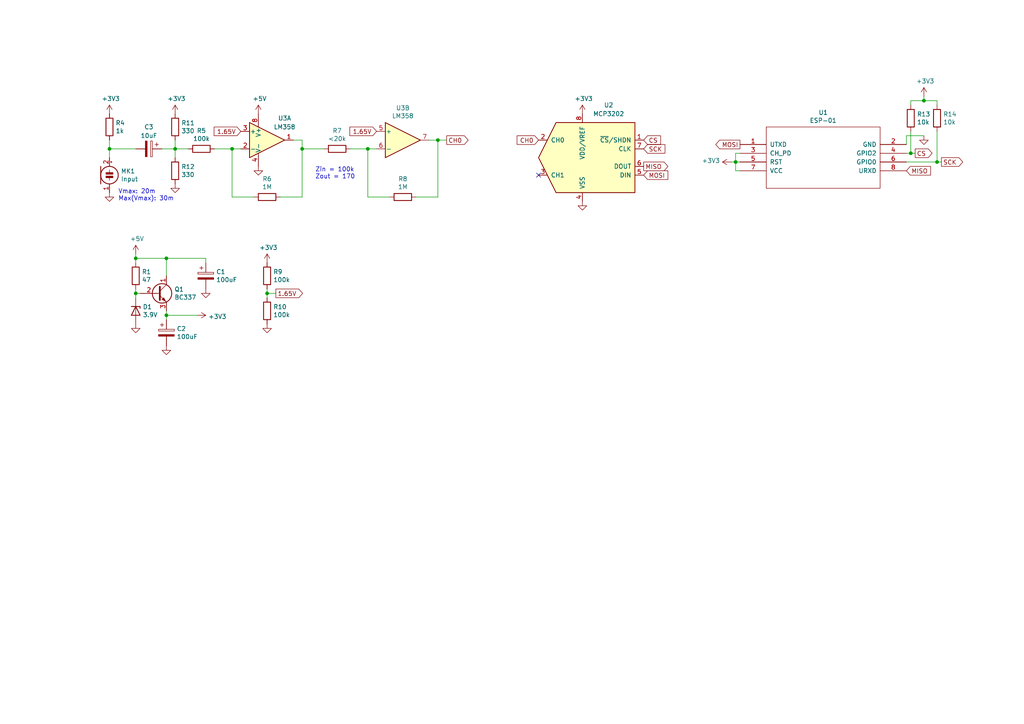
<source format=kicad_sch>
(kicad_sch (version 20211123) (generator eeschema)
  (paper "A4")
  (lib_symbols
    (symbol "Amplifier_Operational:LM358" (pin_names (offset 0.127))
      (property "Reference" "U" (at 0 5.08 0))
      (property "Value" "LM358" (at 0 -5.08 0))
      (symbol "LM358_1_1"
        (polyline (pts (xy -5.08 5.08) (xy 5.08 0) (xy -5.08 -5.08) (xy -5.08 5.08)) (stroke (width 0.254)) (fill (type background)))
        (pin output line (at 7.62 0 180) (length 2.54) (name "~") (number "1"))
        (pin input line (at -7.62 -2.54 0) (length 2.54) (name "-") (number "2"))
        (pin input line (at -7.62 2.54 0) (length 2.54) (name "+") (number "3"))
      )
      (symbol "LM358_2_1"
        (polyline (pts (xy -5.08 5.08) (xy 5.08 0) (xy -5.08 -5.08) (xy -5.08 5.08)) (stroke (width 0.254)) (fill (type background)))
        (pin input line (at -7.62 2.54 0) (length 2.54) (name "+") (number "5"))
        (pin input line (at -7.62 -2.54 0) (length 2.54) (name "-") (number "6"))
        (pin output line (at 7.62 0 180) (length 2.54) (name "~") (number "7"))
      )
      (symbol "LM358_3_1"
        (pin power_in line (at -2.54 -7.62 90) (length 3.81) (name "V-") (number "4"))
        (pin power_in line (at -2.54 7.62 270) (length 3.81) (name "V+") (number "8"))
      )
    )
    (symbol "Analog_ADC:MCP3202" (pin_names (offset 1.016))
      (property "Reference" "U" (at -6.35 11.43 0))
      (property "Value" "MCP3202" (at 11.43 11.43 0))
      (symbol "MCP3202_0_1"
        (polyline (pts (xy 15.24 10.16) (xy -7.62 10.16) (xy -12.7 0) (xy -7.62 -10.16) (xy 15.24 -10.16) (xy 15.24 10.16)) (stroke (width 0.254)) (fill (type background)))
      )
      (symbol "MCP3202_1_1"
        (pin input line (at 17.78 5.08 180) (length 2.54) (name "~{CS}/SHDN") (number "1"))
        (pin passive line (at -12.7 5.08 0) (length 2.54) (name "CH0") (number "2"))
        (pin passive line (at -12.7 -5.08 0) (length 2.54) (name "CH1") (number "3"))
        (pin power_in line (at 0 -12.7 90) (length 2.54) (name "VSS") (number "4"))
        (pin input line (at 17.78 -5.08 180) (length 2.54) (name "DIN") (number "5"))
        (pin output line (at 17.78 -2.54 180) (length 2.54) (name "DOUT") (number "6"))
        (pin input line (at 17.78 2.54 180) (length 2.54) (name "CLK") (number "7"))
        (pin power_in line (at 0 12.7 270) (length 2.54) (name "VDD/VREF") (number "8"))
      )
    )
    (symbol "Device:CP" (pin_numbers hide) (pin_names (offset 0.254))
      (property "Reference" "C" (at 0.635 2.54 0))
      (property "Value" "Device_CP" (at 0.635 -2.54 0))
      (symbol "CP_0_1"
        (rectangle (start -2.286 0.508) (end 2.286 1.016))
        (polyline (pts (xy -1.778 2.286) (xy -0.762 2.286)))
        (polyline (pts (xy -1.27 2.794) (xy -1.27 1.778)))
        (rectangle (start 2.286 -0.508) (end -2.286 -1.016) (fill (type outline)))
      )
      (symbol "CP_1_1"
        (pin passive line (at 0 3.81 270) (length 2.794) (name "~") (number "1"))
        (pin passive line (at 0 -3.81 90) (length 2.794) (name "~") (number "2"))
      )
    )
    (symbol "Device:D_Zener" (pin_numbers hide) (pin_names (offset 1.016) hide)
      (property "Reference" "D" (at 0 2.54 0))
      (property "Value" "D_Zener" (at 0 -2.54 0))
      (symbol "D_Zener_0_1"
        (polyline (pts (xy 1.27 0) (xy -1.27 0)))
        (polyline (pts (xy -1.27 -1.27) (xy -1.27 1.27) (xy -0.762 1.27)) (stroke (width 0.254)))
        (polyline (pts (xy 1.27 -1.27) (xy 1.27 1.27) (xy -1.27 0) (xy 1.27 -1.27)) (stroke (width 0.254)))
      )
      (symbol "D_Zener_1_1"
        (pin passive line (at -3.81 0 0) (length 2.54) (name "K") (number "1"))
        (pin passive line (at 3.81 0 180) (length 2.54) (name "A") (number "2"))
      )
    )
    (symbol "Device:Microphone_Condenser" (pin_names (offset 0.0254) hide)
      (property "Reference" "MK" (at -3.302 1.27 0))
      (property "Value" "Microphone_Condenser" (at -3.302 -0.635 0))
      (symbol "Microphone_Condenser_0_1"
        (polyline (pts (xy -2.54 2.54) (xy -2.54 -2.54)) (stroke (width 0.254)))
        (polyline (pts (xy 0 -0.762) (xy 0 -1.524)))
        (polyline (pts (xy 0 0.762) (xy 0 1.524)))
        (polyline (pts (xy 0.254 3.81) (xy 0.762 3.81)))
        (polyline (pts (xy 0.508 4.064) (xy 0.508 3.556)))
        (circle (center 0 0) (radius 2.54) (stroke (width 0.254)))
        (rectangle (start 1.016 -0.254) (end -1.016 -0.762) (fill (type outline)))
        (rectangle (start 1.016 0.762) (end -1.016 0.254) (fill (type outline)))
      )
      (symbol "Microphone_Condenser_1_1"
        (pin passive line (at 0 -5.08 90) (length 2.54) (name "-") (number "1"))
        (pin passive line (at 0 5.08 270) (length 2.54) (name "+") (number "2"))
      )
    )
    (symbol "Device:R" (pin_numbers hide) (pin_names (offset 0))
      (property "Reference" "R" (at 2.032 0 90))
      (property "Value" "R" (at 0 0 90))
      (symbol "R_0_1"
        (rectangle (start -1.016 -2.54) (end 1.016 2.54) (stroke (width 0.254)))
      )
      (symbol "R_1_1"
        (pin passive line (at 0 3.81 270) (length 1.27) (name "~") (number "1"))
        (pin passive line (at 0 -3.81 90) (length 1.27) (name "~") (number "2"))
      )
    )
    (symbol "Transistor_BJT:BC337" (pin_names (offset 0) hide)
      (property "Reference" "Q" (at 5.08 1.905 0))
      (property "Value" "BC337" (at 5.08 0 0))
      (symbol "BC337_0_1"
        (polyline (pts (xy 0 0) (xy 0.635 0)))
        (polyline (pts (xy 0.635 0.635) (xy 2.54 2.54)))
        (polyline (pts (xy 0.635 -0.635) (xy 2.54 -2.54) (xy 2.54 -2.54)))
        (polyline (pts (xy 0.635 1.905) (xy 0.635 -1.905) (xy 0.635 -1.905)) (stroke (width 0.508)))
        (polyline (pts (xy 1.27 -1.778) (xy 1.778 -1.27) (xy 2.286 -2.286) (xy 1.27 -1.778) (xy 1.27 -1.778)) (fill (type outline)))
        (circle (center 1.27 0) (radius 2.8194) (stroke (width 0.254)))
      )
      (symbol "BC337_1_1"
        (pin passive line (at 2.54 5.08 270) (length 2.54) (name "C") (number "1"))
        (pin input line (at -5.08 0 0) (length 5.08) (name "B") (number "2"))
        (pin passive line (at 2.54 -5.08 90) (length 2.54) (name "E") (number "3"))
      )
    )
    (symbol "kicad-ESP8266:ESP-01v090" (pin_names (offset 1.016))
      (property "Reference" "U" (at 0 -2.54 0))
      (property "Value" "ESP-01v090" (at 0 2.54 0))
      (symbol "ESP-01v090_1_0"
        (rectangle (start -16.51 -8.89) (end 16.51 8.89))
      )
      (symbol "ESP-01v090_1_1"
        (pin output line (at -24.13 3.81 0) (length 7.62) (name "UTXD") (number "1"))
        (pin power_in line (at 24.13 3.81 180) (length 7.62) (name "GND") (number "2"))
        (pin input line (at -24.13 1.27 0) (length 7.62) (name "CH_PD") (number "3"))
        (pin tri_state line (at 24.13 1.27 180) (length 7.62) (name "GPIO2") (number "4"))
        (pin input line (at -24.13 -1.27 0) (length 7.62) (name "RST") (number "5"))
        (pin tri_state line (at 24.13 -1.27 180) (length 7.62) (name "GPIO0") (number "6"))
        (pin power_in line (at -24.13 -3.81 0) (length 7.62) (name "VCC") (number "7"))
        (pin input line (at 24.13 -3.81 180) (length 7.62) (name "URXD") (number "8"))
      )
    )
    (symbol "power:+3.3V" (power) (pin_names (offset 0))
      (property "Value" "+3.3V" (at 0 3.556 0))
      (symbol "+3.3V_0_1"
        (polyline (pts (xy -0.762 1.27) (xy 0 2.54)))
        (polyline (pts (xy 0 0) (xy 0 2.54)))
        (polyline (pts (xy 0 2.54) (xy 0.762 1.27)))
      )
      (symbol "+3.3V_1_1"
        (pin power_in line (at 0 0 90) (length 0) hide (name "+3V3") (number "1"))
      )
    )
    (symbol "power:+5V" (power) (pin_names (offset 0))
      (property "Value" "+5V" (at 0 3.556 0))
      (symbol "+5V_0_1"
        (polyline (pts (xy -0.762 1.27) (xy 0 2.54)))
        (polyline (pts (xy 0 0) (xy 0 2.54)))
        (polyline (pts (xy 0 2.54) (xy 0.762 1.27)))
      )
      (symbol "+5V_1_1"
        (pin power_in line (at 0 0 90) (length 0) hide (name "+5V") (number "1"))
      )
    )
    (symbol "power:GND" (power) (pin_names (offset 0))
      (property "Value" "GND" (at 0 -3.81 0))
      (symbol "GND_0_1"
        (polyline (pts (xy 0 0) (xy 0 -1.27) (xy 1.27 -1.27) (xy 0 -2.54) (xy -1.27 -1.27) (xy 0 -1.27)))
      )
      (symbol "GND_1_1"
        (pin power_in line (at 0 0 270) (length 0) hide (name "GND") (number "1"))
      )
    )
  )
  (junction (at 271.78 46.99))
  (junction (at 77.47 85.09))
  (junction (at 106.68 43.18))
  (junction (at 127 40.64))
  (junction (at 87.63 43.18))
  (junction (at 31.75 43.18))
  (junction (at 48.26 91.44))
  (junction (at 264.16 44.45))
  (junction (at 48.26 74.93))
  (junction (at 67.31 43.18))
  (junction (at 267.97 29.21))
  (junction (at 39.37 74.93))
  (junction (at 50.8 43.18))
  (junction (at 213.36 46.99))
  (junction (at 39.37 85.09))
  (no_connect (at 156.21 50.8))
  (wire (pts (xy 46.99 43.18) (xy 50.8 43.18)))
  (wire (pts (xy 265.43 44.45) (xy 264.16 44.45)))
  (wire (pts (xy 59.69 74.93) (xy 59.69 76.2)))
  (wire (pts (xy 129.54 40.64) (xy 127 40.64)))
  (wire (pts (xy 127 40.64) (xy 127 57.15)))
  (wire (pts (xy 67.31 57.15) (xy 67.31 43.18)))
  (wire (pts (xy 124.46 40.64) (xy 127 40.64)))
  (wire (pts (xy 39.37 74.93) (xy 39.37 73.66)))
  (wire (pts (xy 77.47 83.82) (xy 77.47 85.09)))
  (wire (pts (xy 73.66 57.15) (xy 67.31 57.15)))
  (wire (pts (xy 213.36 49.53) (xy 214.63 49.53)))
  (wire (pts (xy 40.64 85.09) (xy 39.37 85.09)))
  (wire (pts (xy 214.63 44.45) (xy 213.36 44.45)))
  (wire (pts (xy 48.26 74.93) (xy 59.69 74.93)))
  (wire (pts (xy 264.16 30.48) (xy 264.16 29.21)))
  (wire (pts (xy 80.01 85.09) (xy 77.47 85.09)))
  (wire (pts (xy 67.31 43.18) (xy 69.85 43.18)))
  (wire (pts (xy 85.09 40.64) (xy 87.63 40.64)))
  (wire (pts (xy 48.26 90.17) (xy 48.26 91.44)))
  (wire (pts (xy 31.75 43.18) (xy 39.37 43.18)))
  (wire (pts (xy 120.65 57.15) (xy 127 57.15)))
  (wire (pts (xy 267.97 29.21) (xy 267.97 27.94)))
  (wire (pts (xy 267.97 29.21) (xy 264.16 29.21)))
  (wire (pts (xy 262.89 44.45) (xy 264.16 44.45)))
  (wire (pts (xy 264.16 44.45) (xy 264.16 38.1)))
  (wire (pts (xy 212.09 46.99) (xy 213.36 46.99)))
  (wire (pts (xy 48.26 91.44) (xy 48.26 92.71)))
  (wire (pts (xy 31.75 43.18) (xy 31.75 40.64)))
  (wire (pts (xy 50.8 43.18) (xy 54.61 43.18)))
  (wire (pts (xy 50.8 40.64) (xy 50.8 43.18)))
  (wire (pts (xy 48.26 74.93) (xy 48.26 80.01)))
  (wire (pts (xy 87.63 40.64) (xy 87.63 43.18)))
  (wire (pts (xy 57.15 91.44) (xy 48.26 91.44)))
  (wire (pts (xy 67.31 43.18) (xy 62.23 43.18)))
  (wire (pts (xy 81.28 57.15) (xy 87.63 57.15)))
  (wire (pts (xy 113.03 57.15) (xy 106.68 57.15)))
  (wire (pts (xy 213.36 46.99) (xy 213.36 49.53)))
  (wire (pts (xy 262.89 41.91) (xy 262.89 39.37)))
  (wire (pts (xy 262.89 46.99) (xy 271.78 46.99)))
  (wire (pts (xy 50.8 43.18) (xy 50.8 45.72)))
  (wire (pts (xy 273.05 46.99) (xy 271.78 46.99)))
  (wire (pts (xy 271.78 30.48) (xy 271.78 29.21)))
  (wire (pts (xy 213.36 44.45) (xy 213.36 46.99)))
  (wire (pts (xy 213.36 46.99) (xy 214.63 46.99)))
  (wire (pts (xy 39.37 85.09) (xy 39.37 86.36)))
  (wire (pts (xy 87.63 43.18) (xy 93.98 43.18)))
  (wire (pts (xy 101.6 43.18) (xy 106.68 43.18)))
  (wire (pts (xy 77.47 85.09) (xy 77.47 86.36)))
  (wire (pts (xy 39.37 76.2) (xy 39.37 74.93)))
  (wire (pts (xy 271.78 46.99) (xy 271.78 38.1)))
  (wire (pts (xy 87.63 43.18) (xy 87.63 57.15)))
  (wire (pts (xy 106.68 43.18) (xy 109.22 43.18)))
  (wire (pts (xy 39.37 83.82) (xy 39.37 85.09)))
  (wire (pts (xy 262.89 39.37) (xy 267.97 39.37)))
  (wire (pts (xy 31.75 45.72) (xy 31.75 43.18)))
  (wire (pts (xy 106.68 57.15) (xy 106.68 43.18)))
  (wire (pts (xy 271.78 29.21) (xy 267.97 29.21)))
  (wire (pts (xy 39.37 74.93) (xy 48.26 74.93)))
  (text "Zin = 100k\nZout = 170" (at 91.44 52.07 0) (effects (font (size 1.27 1.27)) (justify left bottom)))
  (text "Vmax: 20m\nMax(Vmax): 30m" (at 34.29 58.42 0) (effects (font (size 1.27 1.27)) (justify left bottom)))
  (global_label "MISO" (shape output) (at 186.69 48.26 0) (property "Intersheet References" "${INTERSHEET_REFS}" (effects hide)))
  (global_label "SCK" (shape output) (at 273.05 46.99 0) (property "Intersheet References" "${INTERSHEET_REFS}" (effects hide)))
  (global_label "MOSI" (shape input) (at 186.69 50.8 0) (property "Intersheet References" "${INTERSHEET_REFS}" (effects hide)))
  (global_label "CS" (shape output) (at 265.43 44.45 0) (property "Intersheet References" "${INTERSHEET_REFS}" (effects hide)))
  (global_label "1.65V" (shape input) (at 69.85 38.1 180) (property "Intersheet References" "${INTERSHEET_REFS}" (effects hide)))
  (global_label "MISO" (shape input) (at 262.89 49.53 0) (property "Intersheet References" "${INTERSHEET_REFS}" (effects hide)))
  (global_label "CS" (shape input) (at 186.69 40.64 0) (property "Intersheet References" "${INTERSHEET_REFS}" (effects hide)))
  (global_label "SCK" (shape input) (at 186.69 43.18 0) (property "Intersheet References" "${INTERSHEET_REFS}" (effects hide)))
  (global_label "1.65V" (shape output) (at 80.01 85.09 0) (property "Intersheet References" "${INTERSHEET_REFS}" (effects hide)))
  (global_label "1.65V" (shape input) (at 109.22 38.1 180) (property "Intersheet References" "${INTERSHEET_REFS}" (effects hide)))
  (global_label "CH0" (shape output) (at 129.54 40.64 0) (property "Intersheet References" "${INTERSHEET_REFS}" (effects hide)))
  (global_label "CH0" (shape input) (at 156.21 40.64 180) (property "Intersheet References" "${INTERSHEET_REFS}" (effects hide)))
  (global_label "MOSI" (shape output) (at 214.63 41.91 180) (property "Intersheet References" "${INTERSHEET_REFS}" (effects hide)))
  (symbol (lib_id "power:GND") (at 31.75 55.88 0) (unit 1)
    (property "Reference" "#PWR0101" (effects hide))
    (property "Value" "GND" (effects hide))
  )
  (symbol (lib_id "Device:R") (at 31.75 36.83 0) (unit 1)
    (property "Reference" "R4" (at 33.528 35.6616 0) (effects (justify left)))
    (property "Value" "1k" (at 33.528 37.973 0) (effects (justify left)))
  )
  (symbol (lib_id "power:+3.3V") (at 31.75 33.02 0) (unit 1)
    (property "Reference" "#PWR0102" (effects hide))
    (property "Value" "+3.3V" (at 32.131 28.6258 0))
  )
  (symbol (lib_id "Device:CP") (at 43.18 43.18 270) (unit 1)
    (property "Reference" "C3" (at 43.18 36.83 90))
    (property "Value" "10uF" (at 43.18 39.37 90))
  )
  (symbol (lib_id "Device:Microphone_Condenser") (at 31.75 50.8 0) (unit 1)
    (property "Reference" "MK1" (at 35.052 49.6316 0) (effects (justify left)))
    (property "Value" "Input" (at 35.052 51.943 0) (effects (justify left)))
  )
  (symbol (lib_id "Amplifier_Operational:LM358") (at 77.47 40.64 0) (unit 1)
    (property "Reference" "U3" (at 82.55 34.29 0))
    (property "Value" "LM358" (at 82.55 36.83 0))
    (property "Datasheet" "http://www.ti.com/lit/ds/symlink/lm2904-n.pdf" (effects hide))
  )
  (symbol (lib_id "Amplifier_Operational:LM358") (at 116.84 40.64 0) (unit 2)
    (property "Reference" "U3" (at 116.84 31.3182 0))
    (property "Value" "LM358" (at 116.84 33.6296 0))
    (property "Datasheet" "http://www.ti.com/lit/ds/symlink/lm2904-n.pdf" (effects hide))
  )
  (symbol (lib_id "Amplifier_Operational:LM358") (at 77.47 40.64 0) (unit 3)
    (property "Reference" "U3" (effects hide))
    (property "Value" "LM358" (effects hide))
    (property "Datasheet" "http://www.ti.com/lit/ds/symlink/lm2904-n.pdf" (effects hide))
  )
  (symbol (lib_id "Device:R") (at 58.42 43.18 270) (unit 1)
    (property "Reference" "R5" (at 58.42 37.9222 90))
    (property "Value" "100k" (at 58.42 40.2336 90))
  )
  (symbol (lib_id "Device:R") (at 77.47 57.15 270) (unit 1)
    (property "Reference" "R6" (at 77.47 51.8922 90))
    (property "Value" "1M" (at 77.47 54.2036 90))
  )
  (symbol (lib_id "Device:R") (at 97.79 43.18 270) (unit 1)
    (property "Reference" "R7" (at 97.79 37.9222 90))
    (property "Value" "<20k" (at 97.79 40.2336 90))
  )
  (symbol (lib_id "Analog_ADC:MCP3202") (at 168.91 45.72 0) (unit 1)
    (property "Reference" "U2" (at 176.53 30.48 0))
    (property "Value" "MCP3202" (at 176.53 33.02 0))
    (property "Datasheet" "http://ww1.microchip.com/downloads/en/DeviceDoc/21034D.pdf" (effects hide))
  )
  (symbol (lib_id "power:GND") (at 74.93 48.26 0) (unit 1)
    (property "Reference" "#PWR0103" (effects hide))
    (property "Value" "GND" (effects hide))
  )
  (symbol (lib_id "power:GND") (at 168.91 58.42 0) (unit 1)
    (property "Reference" "#PWR0105" (effects hide))
    (property "Value" "GND" (effects hide))
  )
  (symbol (lib_id "power:+3.3V") (at 168.91 33.02 0) (unit 1)
    (property "Reference" "#PWR0106" (effects hide))
    (property "Value" "+3.3V" (at 169.291 28.6258 0))
  )
  (symbol (lib_id "kicad-ESP8266:ESP-01v090") (at 238.76 45.72 0) (unit 1)
    (property "Reference" "U1" (at 238.76 32.639 0))
    (property "Value" "ESP-01" (at 238.76 34.9504 0))
    (property "Datasheet" "http://l0l.org.uk/2014/12/esp8266-modules-hardware-guide-gotta-catch-em-all/" (effects hide))
  )
  (symbol (lib_id "power:GND") (at 267.97 39.37 0) (unit 1)
    (property "Reference" "#PWR0107" (effects hide))
    (property "Value" "GND" (effects hide))
  )
  (symbol (lib_id "power:+3.3V") (at 212.09 46.99 90) (unit 1)
    (property "Reference" "#PWR0108" (effects hide))
    (property "Value" "+3.3V" (at 208.8388 46.609 90) (effects (justify left)))
  )
  (symbol (lib_id "Device:R") (at 264.16 34.29 0) (unit 1)
    (property "Reference" "R13" (at 265.938 33.1216 0) (effects (justify left)))
    (property "Value" "10k" (at 265.938 35.433 0) (effects (justify left)))
  )
  (symbol (lib_id "Device:R") (at 271.78 34.29 0) (unit 1)
    (property "Reference" "R14" (at 273.558 33.1216 0) (effects (justify left)))
    (property "Value" "10k" (at 273.558 35.433 0) (effects (justify left)))
  )
  (symbol (lib_id "power:+3.3V") (at 267.97 27.94 0) (unit 1)
    (property "Reference" "#PWR0109" (effects hide))
    (property "Value" "+3.3V" (at 268.351 23.5458 0))
  )
  (symbol (lib_id "Device:D_Zener") (at 39.37 90.17 270) (unit 1)
    (property "Reference" "D1" (at 41.402 89.0016 90) (effects (justify left)))
    (property "Value" "3.9V" (at 41.402 91.313 90) (effects (justify left)))
  )
  (symbol (lib_id "power:GND") (at 39.37 93.98 0) (unit 1)
    (property "Reference" "#PWR0110" (effects hide))
    (property "Value" "GND" (effects hide))
  )
  (symbol (lib_id "power:+3.3V") (at 57.15 91.44 270) (unit 1)
    (property "Reference" "#PWR0111" (effects hide))
    (property "Value" "+3.3V" (at 60.4012 91.821 90) (effects (justify left)))
  )
  (symbol (lib_id "Device:CP") (at 48.26 96.52 0) (unit 1)
    (property "Reference" "C2" (at 51.2572 95.3516 0) (effects (justify left)))
    (property "Value" "100uF" (at 51.2572 97.663 0) (effects (justify left)))
  )
  (symbol (lib_id "power:GND") (at 48.26 100.33 0) (unit 1)
    (property "Reference" "#PWR0112" (effects hide))
    (property "Value" "GND" (effects hide))
  )
  (symbol (lib_id "Device:R") (at 77.47 80.01 0) (unit 1)
    (property "Reference" "R9" (at 79.248 78.8416 0) (effects (justify left)))
    (property "Value" "100k" (at 79.248 81.153 0) (effects (justify left)))
  )
  (symbol (lib_id "Device:R") (at 77.47 90.17 0) (unit 1)
    (property "Reference" "R10" (at 79.248 89.0016 0) (effects (justify left)))
    (property "Value" "100k" (at 79.248 91.313 0) (effects (justify left)))
  )
  (symbol (lib_id "power:GND") (at 77.47 93.98 0) (unit 1)
    (property "Reference" "#PWR0114" (effects hide))
    (property "Value" "GND" (effects hide))
  )
  (symbol (lib_id "power:+5V") (at 39.37 73.66 0) (unit 1)
    (property "Reference" "#PWR0104" (effects hide))
    (property "Value" "+5V" (at 39.751 69.2658 0))
  )
  (symbol (lib_id "power:+5V") (at 74.93 33.02 0) (unit 1)
    (property "Reference" "#PWR0113" (effects hide))
    (property "Value" "+5V" (at 75.311 28.6258 0))
  )
  (symbol (lib_id "Device:R") (at 39.37 80.01 0) (unit 1)
    (property "Reference" "R1" (at 41.148 78.8416 0) (effects (justify left)))
    (property "Value" "47" (at 41.148 81.153 0) (effects (justify left)))
  )
  (symbol (lib_id "Transistor_BJT:BC337") (at 45.72 85.09 0) (unit 1)
    (property "Reference" "Q1" (at 50.5714 83.9216 0) (effects (justify left)))
    (property "Value" "BC337" (at 50.5714 86.233 0) (effects (justify left)))
    (property "Footprint" "Package_TO_SOT_THT:TO-92_Inline" (effects hide))
    (property "Datasheet" "https://diotec.com/tl_files/diotec/files/pdf/datasheets/bc337.pdf" (effects hide))
  )
  (symbol (lib_id "Device:CP") (at 59.69 80.01 0) (unit 1)
    (property "Reference" "C1" (at 62.6872 78.8416 0) (effects (justify left)))
    (property "Value" "100uF" (at 62.6872 81.153 0) (effects (justify left)))
  )
  (symbol (lib_id "power:GND") (at 59.69 83.82 0) (unit 1)
    (property "Reference" "#PWR0115" (effects hide))
    (property "Value" "GND" (effects hide))
  )
  (symbol (lib_id "power:+3.3V") (at 77.47 76.2 0) (unit 1)
    (property "Reference" "#PWR0116" (effects hide))
    (property "Value" "+3.3V" (at 77.851 71.8058 0))
  )
  (symbol (lib_id "Device:R") (at 116.84 57.15 270) (unit 1)
    (property "Reference" "R8" (at 116.84 51.8922 90))
    (property "Value" "1M" (at 116.84 54.2036 90))
  )
  (symbol (lib_id "Device:R") (at 50.8 49.53 0) (unit 1)
    (property "Reference" "R12" (at 52.578 48.3616 0) (effects (justify left)))
    (property "Value" "330" (at 52.578 50.673 0) (effects (justify left)))
  )
  (symbol (lib_id "Device:R") (at 50.8 36.83 0) (unit 1)
    (property "Reference" "R11" (at 52.578 35.6616 0) (effects (justify left)))
    (property "Value" "330" (at 52.578 37.973 0) (effects (justify left)))
  )
  (symbol (lib_id "power:GND") (at 50.8 53.34 0) (unit 1)
    (property "Reference" "#PWR0118" (effects hide))
    (property "Value" "GND" (effects hide))
  )
  (symbol (lib_id "power:+3.3V") (at 50.8 33.02 0) (unit 1)
    (property "Reference" "#PWR0117" (effects hide))
    (property "Value" "+3.3V" (at 51.181 28.6258 0))
  )
)
</source>
